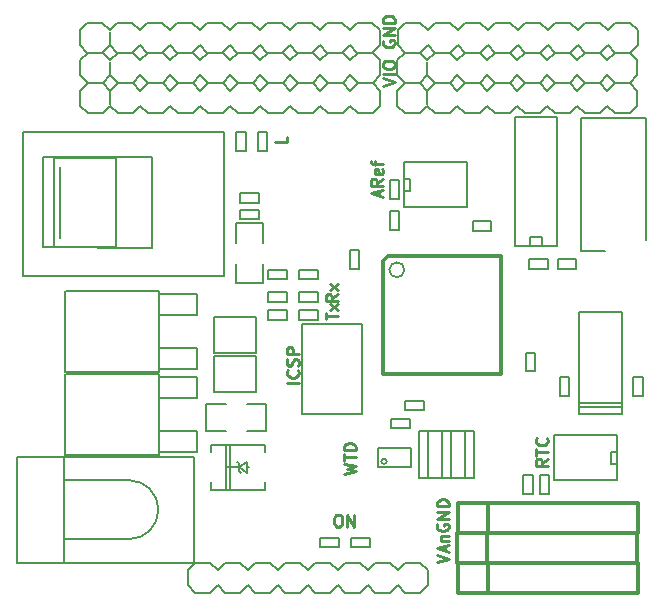
<source format=gto>
G04 (created by PCBNEW (2013-mar-13)-testing) date T 04 juuni 2013 16:25:38 EEST*
%MOIN*%
G04 Gerber Fmt 3.4, Leading zero omitted, Abs format*
%FSLAX34Y34*%
G01*
G70*
G90*
G04 APERTURE LIST*
%ADD10C,0*%
%ADD11C,0.00984252*%
%ADD12C,0.00590551*%
%ADD13C,0.012*%
%ADD14C,0.005*%
%ADD15C,0.008*%
G04 APERTURE END LIST*
G54D10*
G54D11*
X11814Y17088D02*
X12208Y17220D01*
X11814Y17351D01*
X12208Y17482D02*
X11814Y17482D01*
X11814Y17745D02*
X11814Y17820D01*
X11833Y17857D01*
X11870Y17895D01*
X11945Y17913D01*
X12076Y17913D01*
X12151Y17895D01*
X12189Y17857D01*
X12208Y17820D01*
X12208Y17745D01*
X12189Y17707D01*
X12151Y17670D01*
X12076Y17651D01*
X11945Y17651D01*
X11870Y17670D01*
X11833Y17707D01*
X11814Y17745D01*
X11833Y18588D02*
X11814Y18551D01*
X11814Y18495D01*
X11833Y18438D01*
X11870Y18401D01*
X11908Y18382D01*
X11983Y18363D01*
X12039Y18363D01*
X12114Y18382D01*
X12151Y18401D01*
X12189Y18438D01*
X12208Y18495D01*
X12208Y18532D01*
X12189Y18588D01*
X12170Y18607D01*
X12039Y18607D01*
X12039Y18532D01*
X12208Y18776D02*
X11814Y18776D01*
X12208Y19001D01*
X11814Y19001D01*
X12208Y19188D02*
X11814Y19188D01*
X11814Y19282D01*
X11833Y19338D01*
X11870Y19376D01*
X11908Y19394D01*
X11983Y19413D01*
X12039Y19413D01*
X12114Y19394D01*
X12151Y19376D01*
X12189Y19338D01*
X12208Y19282D01*
X12208Y19188D01*
X13633Y2470D02*
X13614Y2432D01*
X13614Y2376D01*
X13633Y2320D01*
X13670Y2282D01*
X13708Y2263D01*
X13783Y2245D01*
X13839Y2245D01*
X13914Y2263D01*
X13951Y2282D01*
X13989Y2320D01*
X14008Y2376D01*
X14008Y2413D01*
X13989Y2470D01*
X13970Y2488D01*
X13839Y2488D01*
X13839Y2413D01*
X14008Y2657D02*
X13614Y2657D01*
X14008Y2882D01*
X13614Y2882D01*
X14008Y3070D02*
X13614Y3070D01*
X13614Y3163D01*
X13633Y3220D01*
X13670Y3257D01*
X13708Y3276D01*
X13783Y3295D01*
X13839Y3295D01*
X13914Y3276D01*
X13951Y3257D01*
X13989Y3220D01*
X14008Y3163D01*
X14008Y3070D01*
X13614Y1192D02*
X14008Y1323D01*
X13614Y1454D01*
X13895Y1566D02*
X13895Y1754D01*
X14008Y1529D02*
X13614Y1660D01*
X14008Y1791D01*
X13745Y1923D02*
X14008Y1923D01*
X13783Y1923D02*
X13764Y1941D01*
X13745Y1979D01*
X13745Y2035D01*
X13764Y2073D01*
X13801Y2091D01*
X14008Y2091D01*
X10308Y10132D02*
X10120Y10001D01*
X10308Y9907D02*
X9914Y9907D01*
X9914Y10057D01*
X9933Y10095D01*
X9951Y10113D01*
X9989Y10132D01*
X10045Y10132D01*
X10083Y10113D01*
X10101Y10095D01*
X10120Y10057D01*
X10120Y9907D01*
X10308Y10263D02*
X10045Y10470D01*
X10045Y10263D02*
X10308Y10470D01*
X9914Y9298D02*
X9914Y9523D01*
X10308Y9410D02*
X9914Y9410D01*
X10308Y9616D02*
X10045Y9823D01*
X10045Y9616D02*
X10308Y9823D01*
X8608Y15391D02*
X8608Y15204D01*
X8214Y15204D01*
X11695Y13398D02*
X11695Y13585D01*
X11808Y13360D02*
X11414Y13492D01*
X11808Y13623D01*
X11808Y13979D02*
X11620Y13848D01*
X11808Y13754D02*
X11414Y13754D01*
X11414Y13904D01*
X11433Y13941D01*
X11451Y13960D01*
X11489Y13979D01*
X11545Y13979D01*
X11583Y13960D01*
X11601Y13941D01*
X11620Y13904D01*
X11620Y13754D01*
X11789Y14298D02*
X11808Y14260D01*
X11808Y14185D01*
X11789Y14148D01*
X11751Y14129D01*
X11601Y14129D01*
X11564Y14148D01*
X11545Y14185D01*
X11545Y14260D01*
X11564Y14298D01*
X11601Y14316D01*
X11639Y14316D01*
X11676Y14129D01*
X11545Y14429D02*
X11545Y14579D01*
X11808Y14485D02*
X11470Y14485D01*
X11433Y14504D01*
X11414Y14541D01*
X11414Y14579D01*
X10286Y2785D02*
X10361Y2785D01*
X10398Y2766D01*
X10436Y2729D01*
X10454Y2654D01*
X10454Y2523D01*
X10436Y2448D01*
X10398Y2410D01*
X10361Y2391D01*
X10286Y2391D01*
X10248Y2410D01*
X10211Y2448D01*
X10192Y2523D01*
X10192Y2654D01*
X10211Y2729D01*
X10248Y2766D01*
X10286Y2785D01*
X10623Y2391D02*
X10623Y2785D01*
X10848Y2391D01*
X10848Y2785D01*
X9008Y7188D02*
X8614Y7188D01*
X8970Y7601D02*
X8989Y7582D01*
X9008Y7526D01*
X9008Y7488D01*
X8989Y7432D01*
X8951Y7395D01*
X8914Y7376D01*
X8839Y7357D01*
X8783Y7357D01*
X8708Y7376D01*
X8670Y7395D01*
X8633Y7432D01*
X8614Y7488D01*
X8614Y7526D01*
X8633Y7582D01*
X8651Y7601D01*
X8989Y7751D02*
X9008Y7807D01*
X9008Y7901D01*
X8989Y7938D01*
X8970Y7957D01*
X8933Y7976D01*
X8895Y7976D01*
X8858Y7957D01*
X8839Y7938D01*
X8820Y7901D01*
X8801Y7826D01*
X8783Y7788D01*
X8764Y7770D01*
X8726Y7751D01*
X8689Y7751D01*
X8651Y7770D01*
X8633Y7788D01*
X8614Y7826D01*
X8614Y7920D01*
X8633Y7976D01*
X9008Y8145D02*
X8614Y8145D01*
X8614Y8295D01*
X8633Y8332D01*
X8651Y8351D01*
X8689Y8370D01*
X8745Y8370D01*
X8783Y8351D01*
X8801Y8332D01*
X8820Y8295D01*
X8820Y8145D01*
X10514Y4154D02*
X10908Y4248D01*
X10626Y4323D01*
X10908Y4398D01*
X10514Y4491D01*
X10514Y4585D02*
X10514Y4810D01*
X10908Y4698D02*
X10514Y4698D01*
X10908Y4941D02*
X10514Y4941D01*
X10514Y5035D01*
X10533Y5091D01*
X10570Y5129D01*
X10608Y5148D01*
X10683Y5166D01*
X10739Y5166D01*
X10814Y5148D01*
X10851Y5129D01*
X10889Y5091D01*
X10908Y5035D01*
X10908Y4941D01*
X17308Y4645D02*
X17120Y4513D01*
X17308Y4420D02*
X16914Y4420D01*
X16914Y4570D01*
X16933Y4607D01*
X16951Y4626D01*
X16989Y4645D01*
X17045Y4645D01*
X17083Y4626D01*
X17101Y4607D01*
X17120Y4570D01*
X17120Y4420D01*
X16914Y4757D02*
X16914Y4982D01*
X17308Y4870D02*
X16914Y4870D01*
X17270Y5338D02*
X17289Y5320D01*
X17308Y5263D01*
X17308Y5226D01*
X17289Y5170D01*
X17251Y5132D01*
X17214Y5113D01*
X17139Y5095D01*
X17083Y5095D01*
X17008Y5113D01*
X16970Y5132D01*
X16933Y5170D01*
X16914Y5226D01*
X16914Y5263D01*
X16933Y5320D01*
X16951Y5338D01*
G54D12*
X10053Y1185D02*
X10303Y935D01*
X10303Y935D02*
X10553Y1185D01*
X10553Y1185D02*
X11053Y1185D01*
X11053Y1185D02*
X11303Y935D01*
X11303Y935D02*
X11553Y1185D01*
X11553Y1185D02*
X12053Y1185D01*
X12053Y1185D02*
X12303Y935D01*
X12303Y935D02*
X12553Y1185D01*
X12553Y1185D02*
X13053Y1185D01*
X13053Y1185D02*
X13303Y935D01*
X13303Y935D02*
X13303Y435D01*
X13303Y435D02*
X13053Y185D01*
X13053Y185D02*
X12553Y185D01*
X12553Y185D02*
X12303Y435D01*
X12303Y435D02*
X12053Y185D01*
X12053Y185D02*
X11553Y185D01*
X11553Y185D02*
X11303Y435D01*
X11303Y435D02*
X11053Y185D01*
X11053Y185D02*
X10553Y185D01*
X10553Y185D02*
X10303Y435D01*
X10303Y435D02*
X10053Y185D01*
X10053Y185D02*
X9553Y185D01*
X9553Y185D02*
X9303Y435D01*
X9303Y435D02*
X9053Y185D01*
X9053Y185D02*
X8553Y185D01*
X8553Y185D02*
X8303Y435D01*
X8303Y435D02*
X8053Y185D01*
X8053Y185D02*
X7553Y185D01*
X7553Y185D02*
X7303Y435D01*
X7303Y435D02*
X7053Y185D01*
X7053Y185D02*
X6553Y185D01*
X6553Y185D02*
X6303Y435D01*
X6303Y435D02*
X6053Y185D01*
X6053Y185D02*
X5553Y185D01*
X5553Y185D02*
X5303Y435D01*
X5303Y435D02*
X5303Y685D01*
X5303Y685D02*
X5303Y935D01*
X5303Y935D02*
X5553Y1185D01*
X5553Y1185D02*
X6053Y1185D01*
X6053Y1185D02*
X6303Y935D01*
X6303Y935D02*
X6553Y1185D01*
X6553Y1185D02*
X7053Y1185D01*
X7053Y1185D02*
X7303Y935D01*
X7303Y935D02*
X7553Y1185D01*
X7553Y1185D02*
X8053Y1185D01*
X8053Y1185D02*
X8303Y935D01*
X8303Y935D02*
X8553Y1185D01*
X8553Y1185D02*
X9053Y1185D01*
X9053Y1185D02*
X9303Y935D01*
X9303Y935D02*
X9553Y1185D01*
X9553Y1185D02*
X10053Y1185D01*
X17053Y19185D02*
X17303Y18935D01*
X17303Y18935D02*
X17553Y19185D01*
X17553Y19185D02*
X18053Y19185D01*
X18053Y19185D02*
X18303Y18935D01*
X18303Y18935D02*
X18553Y19185D01*
X18553Y19185D02*
X19053Y19185D01*
X19053Y19185D02*
X19303Y18935D01*
X19303Y18935D02*
X19553Y19185D01*
X19553Y19185D02*
X20053Y19185D01*
X20053Y19185D02*
X20303Y18935D01*
X20303Y18935D02*
X20303Y18435D01*
X20303Y18435D02*
X20053Y18185D01*
X20053Y18185D02*
X19553Y18185D01*
X19553Y18185D02*
X19303Y18435D01*
X19303Y18435D02*
X19053Y18185D01*
X19053Y18185D02*
X18553Y18185D01*
X18553Y18185D02*
X18303Y18435D01*
X18303Y18435D02*
X18053Y18185D01*
X18053Y18185D02*
X17553Y18185D01*
X17553Y18185D02*
X17303Y18435D01*
X17303Y18435D02*
X17053Y18185D01*
X17053Y18185D02*
X16553Y18185D01*
X16553Y18185D02*
X16303Y18435D01*
X16303Y18435D02*
X16053Y18185D01*
X16053Y18185D02*
X15553Y18185D01*
X15553Y18185D02*
X15303Y18435D01*
X15303Y18435D02*
X15053Y18185D01*
X15053Y18185D02*
X14553Y18185D01*
X14553Y18185D02*
X14303Y18435D01*
X14303Y18435D02*
X14053Y18185D01*
X14053Y18185D02*
X13553Y18185D01*
X13553Y18185D02*
X13303Y18435D01*
X13303Y18435D02*
X13053Y18185D01*
X13053Y18185D02*
X12553Y18185D01*
X12553Y18185D02*
X12303Y18435D01*
X12303Y18435D02*
X12303Y18685D01*
X12303Y18685D02*
X12303Y18935D01*
X12303Y18935D02*
X12553Y19185D01*
X12553Y19185D02*
X13053Y19185D01*
X13053Y19185D02*
X13303Y18935D01*
X13303Y18935D02*
X13553Y19185D01*
X13553Y19185D02*
X14053Y19185D01*
X14053Y19185D02*
X14303Y18935D01*
X14303Y18935D02*
X14553Y19185D01*
X14553Y19185D02*
X15053Y19185D01*
X15053Y19185D02*
X15303Y18935D01*
X15303Y18935D02*
X15553Y19185D01*
X15553Y19185D02*
X16053Y19185D01*
X16053Y19185D02*
X16303Y18935D01*
X16303Y18935D02*
X16553Y19185D01*
X16553Y19185D02*
X17053Y19185D01*
G54D13*
X14303Y185D02*
X14303Y1185D01*
X14303Y1185D02*
X20303Y1185D01*
X20303Y1185D02*
X20303Y185D01*
X20303Y185D02*
X14303Y185D01*
X15303Y185D02*
X15303Y1185D01*
G54D12*
X9703Y18935D02*
X9953Y19185D01*
X9953Y19185D02*
X10453Y19185D01*
X10453Y19185D02*
X10703Y18935D01*
X10703Y18935D02*
X10953Y19185D01*
X10953Y19185D02*
X11453Y19185D01*
X11453Y19185D02*
X11703Y18935D01*
X11703Y18935D02*
X11703Y18435D01*
X11703Y18435D02*
X11453Y18185D01*
X11453Y18185D02*
X10953Y18185D01*
X10953Y18185D02*
X10703Y18435D01*
X10703Y18435D02*
X10453Y18185D01*
X10453Y18185D02*
X9953Y18185D01*
X9953Y18185D02*
X9703Y18435D01*
X2703Y18885D02*
X2703Y18485D01*
X6453Y19185D02*
X6703Y18935D01*
X6703Y18935D02*
X6953Y19185D01*
X6953Y19185D02*
X7453Y19185D01*
X7453Y19185D02*
X7703Y18935D01*
X7703Y18935D02*
X7953Y19185D01*
X7953Y19185D02*
X8453Y19185D01*
X8453Y19185D02*
X8703Y18935D01*
X8703Y18935D02*
X8953Y19185D01*
X8953Y19185D02*
X9453Y19185D01*
X9453Y19185D02*
X9703Y18935D01*
X9703Y18435D02*
X9453Y18185D01*
X9453Y18185D02*
X8953Y18185D01*
X8953Y18185D02*
X8703Y18435D01*
X8703Y18435D02*
X8453Y18185D01*
X8453Y18185D02*
X7953Y18185D01*
X7953Y18185D02*
X7703Y18435D01*
X7703Y18435D02*
X7453Y18185D01*
X7453Y18185D02*
X6953Y18185D01*
X6953Y18185D02*
X6703Y18435D01*
X6703Y18435D02*
X6453Y18185D01*
X6453Y18185D02*
X5953Y18185D01*
X5953Y18185D02*
X5703Y18435D01*
X5703Y18435D02*
X5453Y18185D01*
X5453Y18185D02*
X4953Y18185D01*
X4953Y18185D02*
X4703Y18435D01*
X4703Y18435D02*
X4453Y18185D01*
X4453Y18185D02*
X3953Y18185D01*
X3953Y18185D02*
X3703Y18435D01*
X3703Y18435D02*
X3453Y18185D01*
X3453Y18185D02*
X2953Y18185D01*
X2953Y18185D02*
X2703Y18435D01*
X2703Y18435D02*
X2453Y18185D01*
X2453Y18185D02*
X1953Y18185D01*
X1953Y18185D02*
X1703Y18435D01*
X1703Y18435D02*
X1703Y18685D01*
X1703Y18685D02*
X1703Y18935D01*
X1703Y18935D02*
X1953Y19185D01*
X1953Y19185D02*
X2453Y19185D01*
X2453Y19185D02*
X2703Y18935D01*
X2703Y18935D02*
X2953Y19185D01*
X2953Y19185D02*
X3453Y19185D01*
X3453Y19185D02*
X3703Y18935D01*
X3703Y18935D02*
X3953Y19185D01*
X3953Y19185D02*
X4453Y19185D01*
X4453Y19185D02*
X4703Y18935D01*
X4703Y18935D02*
X4953Y19185D01*
X4953Y19185D02*
X5453Y19185D01*
X5453Y19185D02*
X5703Y18935D01*
X5703Y18935D02*
X5953Y19185D01*
X5953Y19185D02*
X6453Y19185D01*
X7047Y13503D02*
X7677Y13503D01*
X7677Y13503D02*
X7677Y13188D01*
X7677Y13188D02*
X7047Y13188D01*
X7047Y13188D02*
X7047Y13503D01*
X7677Y12637D02*
X7047Y12637D01*
X7047Y12637D02*
X7047Y12952D01*
X7047Y12952D02*
X7677Y12952D01*
X7677Y12952D02*
X7677Y12637D01*
X13299Y17877D02*
X13299Y17477D01*
X17049Y18177D02*
X17299Y17927D01*
X17299Y17927D02*
X17549Y18177D01*
X17549Y18177D02*
X18049Y18177D01*
X18049Y18177D02*
X18299Y17927D01*
X18299Y17927D02*
X18549Y18177D01*
X18549Y18177D02*
X19049Y18177D01*
X19049Y18177D02*
X19299Y17927D01*
X19299Y17927D02*
X19549Y18177D01*
X19549Y18177D02*
X20049Y18177D01*
X20049Y18177D02*
X20299Y17927D01*
X20299Y17927D02*
X20299Y17427D01*
X20299Y17427D02*
X20049Y17177D01*
X20049Y17177D02*
X19549Y17177D01*
X19549Y17177D02*
X19299Y17427D01*
X19299Y17427D02*
X19049Y17177D01*
X19049Y17177D02*
X18549Y17177D01*
X18549Y17177D02*
X18299Y17427D01*
X18299Y17427D02*
X18049Y17177D01*
X18049Y17177D02*
X17549Y17177D01*
X17549Y17177D02*
X17299Y17427D01*
X17299Y17427D02*
X17049Y17177D01*
X17049Y17177D02*
X16549Y17177D01*
X16549Y17177D02*
X16299Y17427D01*
X16299Y17427D02*
X16049Y17177D01*
X16049Y17177D02*
X15549Y17177D01*
X15549Y17177D02*
X15299Y17427D01*
X15299Y17427D02*
X15049Y17177D01*
X15049Y17177D02*
X14549Y17177D01*
X14549Y17177D02*
X14299Y17427D01*
X14299Y17427D02*
X14049Y17177D01*
X14049Y17177D02*
X13549Y17177D01*
X13549Y17177D02*
X13299Y17427D01*
X13299Y17427D02*
X13049Y17177D01*
X13049Y17177D02*
X12549Y17177D01*
X12549Y17177D02*
X12299Y17427D01*
X12299Y17427D02*
X12299Y17677D01*
X12299Y17677D02*
X12299Y17927D01*
X12299Y17927D02*
X12549Y18177D01*
X12549Y18177D02*
X13049Y18177D01*
X13049Y18177D02*
X13299Y17927D01*
X13299Y17927D02*
X13549Y18177D01*
X13549Y18177D02*
X14049Y18177D01*
X14049Y18177D02*
X14299Y17927D01*
X14299Y17927D02*
X14549Y18177D01*
X14549Y18177D02*
X15049Y18177D01*
X15049Y18177D02*
X15299Y17927D01*
X15299Y17927D02*
X15549Y18177D01*
X15549Y18177D02*
X16049Y18177D01*
X16049Y18177D02*
X16299Y17927D01*
X16299Y17927D02*
X16549Y18177D01*
X16549Y18177D02*
X17049Y18177D01*
X13299Y16873D02*
X13299Y16473D01*
X17049Y17173D02*
X17299Y16923D01*
X17299Y16923D02*
X17549Y17173D01*
X17549Y17173D02*
X18049Y17173D01*
X18049Y17173D02*
X18299Y16923D01*
X18299Y16923D02*
X18549Y17173D01*
X18549Y17173D02*
X19049Y17173D01*
X19049Y17173D02*
X19299Y16923D01*
X19299Y16923D02*
X19549Y17173D01*
X19549Y17173D02*
X20049Y17173D01*
X20049Y17173D02*
X20299Y16923D01*
X20299Y16923D02*
X20299Y16423D01*
X20299Y16423D02*
X20049Y16173D01*
X20049Y16173D02*
X19549Y16173D01*
X19549Y16173D02*
X19299Y16423D01*
X19299Y16423D02*
X19049Y16173D01*
X19049Y16173D02*
X18549Y16173D01*
X18549Y16173D02*
X18299Y16423D01*
X18299Y16423D02*
X18049Y16173D01*
X18049Y16173D02*
X17549Y16173D01*
X17549Y16173D02*
X17299Y16423D01*
X17299Y16423D02*
X17049Y16173D01*
X17049Y16173D02*
X16549Y16173D01*
X16549Y16173D02*
X16299Y16423D01*
X16299Y16423D02*
X16049Y16173D01*
X16049Y16173D02*
X15549Y16173D01*
X15549Y16173D02*
X15299Y16423D01*
X15299Y16423D02*
X15049Y16173D01*
X15049Y16173D02*
X14549Y16173D01*
X14549Y16173D02*
X14299Y16423D01*
X14299Y16423D02*
X14049Y16173D01*
X14049Y16173D02*
X13549Y16173D01*
X13549Y16173D02*
X13299Y16423D01*
X13299Y16423D02*
X13049Y16173D01*
X13049Y16173D02*
X12549Y16173D01*
X12549Y16173D02*
X12299Y16423D01*
X12299Y16423D02*
X12299Y16673D01*
X12299Y16673D02*
X12299Y16923D01*
X12299Y16923D02*
X12549Y17173D01*
X12549Y17173D02*
X13049Y17173D01*
X13049Y17173D02*
X13299Y16923D01*
X13299Y16923D02*
X13549Y17173D01*
X13549Y17173D02*
X14049Y17173D01*
X14049Y17173D02*
X14299Y16923D01*
X14299Y16923D02*
X14549Y17173D01*
X14549Y17173D02*
X15049Y17173D01*
X15049Y17173D02*
X15299Y16923D01*
X15299Y16923D02*
X15549Y17173D01*
X15549Y17173D02*
X16049Y17173D01*
X16049Y17173D02*
X16299Y16923D01*
X16299Y16923D02*
X16549Y17173D01*
X16549Y17173D02*
X17049Y17173D01*
G54D13*
X14283Y1173D02*
X14283Y2173D01*
X14283Y2173D02*
X20283Y2173D01*
X20283Y2173D02*
X20283Y1173D01*
X20283Y1173D02*
X14283Y1173D01*
X15283Y1173D02*
X15283Y2173D01*
X14303Y2177D02*
X14303Y3177D01*
X14303Y3177D02*
X20303Y3177D01*
X20303Y3177D02*
X20303Y2177D01*
X20303Y2177D02*
X14303Y2177D01*
X15303Y2177D02*
X15303Y3177D01*
G54D12*
X9732Y17927D02*
X9982Y18177D01*
X9982Y18177D02*
X10482Y18177D01*
X10482Y18177D02*
X10732Y17927D01*
X10732Y17927D02*
X10982Y18177D01*
X10982Y18177D02*
X11482Y18177D01*
X11482Y18177D02*
X11732Y17927D01*
X11732Y17927D02*
X11732Y17427D01*
X11732Y17427D02*
X11482Y17177D01*
X11482Y17177D02*
X10982Y17177D01*
X10982Y17177D02*
X10732Y17427D01*
X10732Y17427D02*
X10482Y17177D01*
X10482Y17177D02*
X9982Y17177D01*
X9982Y17177D02*
X9732Y17427D01*
X2732Y17877D02*
X2732Y17477D01*
X6482Y18177D02*
X6732Y17927D01*
X6732Y17927D02*
X6982Y18177D01*
X6982Y18177D02*
X7482Y18177D01*
X7482Y18177D02*
X7732Y17927D01*
X7732Y17927D02*
X7982Y18177D01*
X7982Y18177D02*
X8482Y18177D01*
X8482Y18177D02*
X8732Y17927D01*
X8732Y17927D02*
X8982Y18177D01*
X8982Y18177D02*
X9482Y18177D01*
X9482Y18177D02*
X9732Y17927D01*
X9732Y17427D02*
X9482Y17177D01*
X9482Y17177D02*
X8982Y17177D01*
X8982Y17177D02*
X8732Y17427D01*
X8732Y17427D02*
X8482Y17177D01*
X8482Y17177D02*
X7982Y17177D01*
X7982Y17177D02*
X7732Y17427D01*
X7732Y17427D02*
X7482Y17177D01*
X7482Y17177D02*
X6982Y17177D01*
X6982Y17177D02*
X6732Y17427D01*
X6732Y17427D02*
X6482Y17177D01*
X6482Y17177D02*
X5982Y17177D01*
X5982Y17177D02*
X5732Y17427D01*
X5732Y17427D02*
X5482Y17177D01*
X5482Y17177D02*
X4982Y17177D01*
X4982Y17177D02*
X4732Y17427D01*
X4732Y17427D02*
X4482Y17177D01*
X4482Y17177D02*
X3982Y17177D01*
X3982Y17177D02*
X3732Y17427D01*
X3732Y17427D02*
X3482Y17177D01*
X3482Y17177D02*
X2982Y17177D01*
X2982Y17177D02*
X2732Y17427D01*
X2732Y17427D02*
X2482Y17177D01*
X2482Y17177D02*
X1982Y17177D01*
X1982Y17177D02*
X1732Y17427D01*
X1732Y17427D02*
X1732Y17677D01*
X1732Y17677D02*
X1732Y17927D01*
X1732Y17927D02*
X1982Y18177D01*
X1982Y18177D02*
X2482Y18177D01*
X2482Y18177D02*
X2732Y17927D01*
X2732Y17927D02*
X2982Y18177D01*
X2982Y18177D02*
X3482Y18177D01*
X3482Y18177D02*
X3732Y17927D01*
X3732Y17927D02*
X3982Y18177D01*
X3982Y18177D02*
X4482Y18177D01*
X4482Y18177D02*
X4732Y17927D01*
X4732Y17927D02*
X4982Y18177D01*
X4982Y18177D02*
X5482Y18177D01*
X5482Y18177D02*
X5732Y17927D01*
X5732Y17927D02*
X5982Y18177D01*
X5982Y18177D02*
X6482Y18177D01*
X9732Y16923D02*
X9982Y17173D01*
X9982Y17173D02*
X10482Y17173D01*
X10482Y17173D02*
X10732Y16923D01*
X10732Y16923D02*
X10982Y17173D01*
X10982Y17173D02*
X11482Y17173D01*
X11482Y17173D02*
X11732Y16923D01*
X11732Y16923D02*
X11732Y16423D01*
X11732Y16423D02*
X11482Y16173D01*
X11482Y16173D02*
X10982Y16173D01*
X10982Y16173D02*
X10732Y16423D01*
X10732Y16423D02*
X10482Y16173D01*
X10482Y16173D02*
X9982Y16173D01*
X9982Y16173D02*
X9732Y16423D01*
X2732Y16873D02*
X2732Y16473D01*
X6482Y17173D02*
X6732Y16923D01*
X6732Y16923D02*
X6982Y17173D01*
X6982Y17173D02*
X7482Y17173D01*
X7482Y17173D02*
X7732Y16923D01*
X7732Y16923D02*
X7982Y17173D01*
X7982Y17173D02*
X8482Y17173D01*
X8482Y17173D02*
X8732Y16923D01*
X8732Y16923D02*
X8982Y17173D01*
X8982Y17173D02*
X9482Y17173D01*
X9482Y17173D02*
X9732Y16923D01*
X9732Y16423D02*
X9482Y16173D01*
X9482Y16173D02*
X8982Y16173D01*
X8982Y16173D02*
X8732Y16423D01*
X8732Y16423D02*
X8482Y16173D01*
X8482Y16173D02*
X7982Y16173D01*
X7982Y16173D02*
X7732Y16423D01*
X7732Y16423D02*
X7482Y16173D01*
X7482Y16173D02*
X6982Y16173D01*
X6982Y16173D02*
X6732Y16423D01*
X6732Y16423D02*
X6482Y16173D01*
X6482Y16173D02*
X5982Y16173D01*
X5982Y16173D02*
X5732Y16423D01*
X5732Y16423D02*
X5482Y16173D01*
X5482Y16173D02*
X4982Y16173D01*
X4982Y16173D02*
X4732Y16423D01*
X4732Y16423D02*
X4482Y16173D01*
X4482Y16173D02*
X3982Y16173D01*
X3982Y16173D02*
X3732Y16423D01*
X3732Y16423D02*
X3482Y16173D01*
X3482Y16173D02*
X2982Y16173D01*
X2982Y16173D02*
X2732Y16423D01*
X2732Y16423D02*
X2482Y16173D01*
X2482Y16173D02*
X1982Y16173D01*
X1982Y16173D02*
X1732Y16423D01*
X1732Y16423D02*
X1732Y16673D01*
X1732Y16673D02*
X1732Y16923D01*
X1732Y16923D02*
X1982Y17173D01*
X1982Y17173D02*
X2482Y17173D01*
X2482Y17173D02*
X2732Y16923D01*
X2732Y16923D02*
X2982Y17173D01*
X2982Y17173D02*
X3482Y17173D01*
X3482Y17173D02*
X3732Y16923D01*
X3732Y16923D02*
X3982Y17173D01*
X3982Y17173D02*
X4482Y17173D01*
X4482Y17173D02*
X4732Y16923D01*
X4732Y16923D02*
X4982Y17173D01*
X4982Y17173D02*
X5482Y17173D01*
X5482Y17173D02*
X5732Y16923D01*
X5732Y16923D02*
X5982Y17173D01*
X5982Y17173D02*
X6482Y17173D01*
G54D14*
X7812Y12496D02*
X6912Y12496D01*
X6912Y12496D02*
X6912Y11846D01*
X7812Y11146D02*
X7812Y10496D01*
X7812Y10496D02*
X6912Y10496D01*
X6912Y10496D02*
X6912Y11146D01*
X7812Y11846D02*
X7812Y12496D01*
X5929Y6473D02*
X5929Y5573D01*
X5929Y5573D02*
X6579Y5573D01*
X7279Y6473D02*
X7929Y6473D01*
X7929Y6473D02*
X7929Y5573D01*
X7929Y5573D02*
X7279Y5573D01*
X6579Y6473D02*
X5929Y6473D01*
G54D12*
X4114Y14704D02*
X4114Y11673D01*
X4114Y11673D02*
X492Y11692D01*
X492Y11692D02*
X492Y14704D01*
X492Y14704D02*
X4114Y14704D01*
X1062Y14370D02*
X1062Y12007D01*
X866Y14665D02*
X2913Y14665D01*
X2913Y14665D02*
X2913Y11712D01*
X2913Y11712D02*
X866Y11712D01*
X866Y11712D02*
X866Y14665D01*
X4330Y2952D02*
G75*
G03X3346Y3937I-984J0D01*
G74*
G01*
X3346Y1968D02*
G75*
G03X4330Y2952I0J984D01*
G74*
G01*
X3346Y3937D02*
X1181Y3937D01*
X1181Y1968D02*
X3346Y1968D01*
X1181Y1181D02*
X1181Y4724D01*
X-393Y1181D02*
X-393Y4724D01*
X-393Y4724D02*
X5511Y4724D01*
X5511Y4724D02*
X5511Y1181D01*
X5511Y1181D02*
X-393Y1181D01*
G54D14*
X4360Y6691D02*
X5610Y6691D01*
X5610Y6691D02*
X5610Y7391D01*
X5610Y7391D02*
X4360Y7391D01*
X4360Y4891D02*
X5610Y4891D01*
X5610Y4891D02*
X5610Y5591D01*
X5610Y5591D02*
X4360Y5591D01*
X1960Y7491D02*
X4360Y7491D01*
X4360Y7491D02*
X4360Y4791D01*
X4360Y4791D02*
X1260Y4791D01*
X1210Y4791D02*
X1210Y7491D01*
X1260Y7491D02*
X1960Y7491D01*
G54D12*
X6200Y8070D02*
X7578Y8070D01*
X7578Y8070D02*
X7578Y6889D01*
X7578Y6889D02*
X6200Y6889D01*
X6200Y6889D02*
X6200Y8070D01*
X14803Y12559D02*
X15433Y12559D01*
X15433Y12559D02*
X15433Y12244D01*
X15433Y12244D02*
X14803Y12244D01*
X14803Y12244D02*
X14803Y12559D01*
X12362Y12913D02*
X12362Y12283D01*
X12362Y12283D02*
X12047Y12283D01*
X12047Y12283D02*
X12047Y12913D01*
X12047Y12913D02*
X12362Y12913D01*
X11023Y11614D02*
X11023Y10984D01*
X11023Y10984D02*
X10708Y10984D01*
X10708Y10984D02*
X10708Y11614D01*
X10708Y11614D02*
X11023Y11614D01*
X13188Y6259D02*
X12559Y6259D01*
X12559Y6259D02*
X12559Y6574D01*
X12559Y6574D02*
X13188Y6574D01*
X13188Y6574D02*
X13188Y6259D01*
X16574Y7559D02*
X16574Y8188D01*
X16574Y8188D02*
X16889Y8188D01*
X16889Y8188D02*
X16889Y7559D01*
X16889Y7559D02*
X16574Y7559D01*
X8622Y10629D02*
X7992Y10629D01*
X7992Y10629D02*
X7992Y10944D01*
X7992Y10944D02*
X8622Y10944D01*
X8622Y10944D02*
X8622Y10629D01*
X9015Y10944D02*
X9645Y10944D01*
X9645Y10944D02*
X9645Y10629D01*
X9645Y10629D02*
X9015Y10629D01*
X9015Y10629D02*
X9015Y10944D01*
X9015Y9606D02*
X9645Y9606D01*
X9645Y9606D02*
X9645Y9291D01*
X9645Y9291D02*
X9015Y9291D01*
X9015Y9291D02*
X9015Y9606D01*
X9015Y10196D02*
X9645Y10196D01*
X9645Y10196D02*
X9645Y9881D01*
X9645Y9881D02*
X9015Y9881D01*
X9015Y9881D02*
X9015Y10196D01*
X6929Y14921D02*
X6929Y15551D01*
X6929Y15551D02*
X7244Y15551D01*
X7244Y15551D02*
X7244Y14921D01*
X7244Y14921D02*
X6929Y14921D01*
X10748Y2007D02*
X11377Y2007D01*
X11377Y2007D02*
X11377Y1692D01*
X11377Y1692D02*
X10748Y1692D01*
X10748Y1692D02*
X10748Y2007D01*
X12047Y13307D02*
X12047Y13937D01*
X12047Y13937D02*
X12362Y13937D01*
X12362Y13937D02*
X12362Y13307D01*
X12362Y13307D02*
X12047Y13307D01*
X16692Y11299D02*
X17322Y11299D01*
X17322Y11299D02*
X17322Y10984D01*
X17322Y10984D02*
X16692Y10984D01*
X16692Y10984D02*
X16692Y11299D01*
X8622Y9291D02*
X7992Y9291D01*
X7992Y9291D02*
X7992Y9606D01*
X7992Y9606D02*
X8622Y9606D01*
X8622Y9606D02*
X8622Y9291D01*
X8622Y9881D02*
X7992Y9881D01*
X7992Y9881D02*
X7992Y10196D01*
X7992Y10196D02*
X8622Y10196D01*
X8622Y10196D02*
X8622Y9881D01*
X7952Y15551D02*
X7952Y14921D01*
X7952Y14921D02*
X7637Y14921D01*
X7637Y14921D02*
X7637Y15551D01*
X7637Y15551D02*
X7952Y15551D01*
X10354Y1692D02*
X9724Y1692D01*
X9724Y1692D02*
X9724Y2007D01*
X9724Y2007D02*
X10354Y2007D01*
X10354Y2007D02*
X10354Y1692D01*
G54D14*
X12532Y13079D02*
X12532Y13029D01*
X12532Y13029D02*
X14632Y13029D01*
X14632Y14529D02*
X12532Y14529D01*
X12532Y14529D02*
X12532Y13079D01*
X12532Y13979D02*
X12732Y13979D01*
X12732Y13979D02*
X12732Y13579D01*
X12732Y13579D02*
X12532Y13579D01*
X14632Y14529D02*
X14632Y13029D01*
G54D13*
X15749Y11418D02*
X15749Y7478D01*
X15749Y7478D02*
X11809Y7478D01*
X11809Y11228D02*
X11809Y7478D01*
X11999Y11418D02*
X15749Y11418D01*
X11809Y11228D02*
X11999Y11418D01*
G54D15*
X12529Y10948D02*
G75*
G03X12529Y10948I-250J0D01*
G74*
G01*
G54D12*
X13307Y5590D02*
X13307Y4015D01*
X14566Y5590D02*
X14566Y4015D01*
X14094Y5590D02*
X14094Y4015D01*
X13779Y5590D02*
X13779Y4015D01*
X13031Y5590D02*
X14842Y5590D01*
X14842Y5590D02*
X14842Y4015D01*
X14842Y4015D02*
X13070Y4015D01*
X13070Y4015D02*
X13031Y4015D01*
X13031Y4015D02*
X13031Y5590D01*
X12716Y5669D02*
X12086Y5669D01*
X12086Y5669D02*
X12086Y5984D01*
X12086Y5984D02*
X12716Y5984D01*
X12716Y5984D02*
X12716Y5669D01*
X16496Y3464D02*
X16496Y4094D01*
X16496Y4094D02*
X16811Y4094D01*
X16811Y4094D02*
X16811Y3464D01*
X16811Y3464D02*
X16496Y3464D01*
X17047Y3464D02*
X17047Y4094D01*
X17047Y4094D02*
X17362Y4094D01*
X17362Y4094D02*
X17362Y3464D01*
X17362Y3464D02*
X17047Y3464D01*
G54D14*
X19632Y5385D02*
X19632Y5435D01*
X19632Y5435D02*
X17532Y5435D01*
X17532Y3935D02*
X19632Y3935D01*
X19632Y3935D02*
X19632Y5385D01*
X19632Y4485D02*
X19432Y4485D01*
X19432Y4485D02*
X19432Y4885D01*
X19432Y4885D02*
X19632Y4885D01*
X17532Y3935D02*
X17532Y5435D01*
G54D12*
X18366Y6358D02*
X19783Y6358D01*
X19783Y6358D02*
X19783Y6515D01*
X19783Y6515D02*
X18366Y6515D01*
X19783Y6141D02*
X19783Y9527D01*
X19783Y9527D02*
X18366Y9527D01*
X18366Y9527D02*
X18366Y6141D01*
X18366Y6141D02*
X19783Y6141D01*
X20472Y7362D02*
X20472Y6732D01*
X20472Y6732D02*
X20157Y6732D01*
X20157Y6732D02*
X20157Y7362D01*
X20157Y7362D02*
X20472Y7362D01*
X17716Y6732D02*
X17716Y7362D01*
X17716Y7362D02*
X18031Y7362D01*
X18031Y7362D02*
X18031Y6732D01*
X18031Y6732D02*
X17716Y6732D01*
X11938Y4566D02*
G75*
G03X11938Y4566I-88J0D01*
G74*
G01*
X11653Y4370D02*
X11653Y5000D01*
X11653Y5000D02*
X12755Y5000D01*
X12755Y5000D02*
X12755Y4370D01*
X12755Y4370D02*
X11653Y4370D01*
G54D15*
X16229Y11747D02*
X16229Y16047D01*
X16229Y16047D02*
X17629Y16047D01*
X17629Y16047D02*
X17629Y11747D01*
X17629Y11747D02*
X16229Y11747D01*
X16729Y11747D02*
X16729Y12047D01*
X16729Y12047D02*
X17129Y12047D01*
X17129Y12047D02*
X17129Y11747D01*
G54D14*
X4360Y9447D02*
X5610Y9447D01*
X5610Y9447D02*
X5610Y10147D01*
X5610Y10147D02*
X4360Y10147D01*
X4360Y7647D02*
X5610Y7647D01*
X5610Y7647D02*
X5610Y8347D01*
X5610Y8347D02*
X4360Y8347D01*
X1960Y10247D02*
X4360Y10247D01*
X4360Y10247D02*
X4360Y7547D01*
X4360Y7547D02*
X1260Y7547D01*
X1210Y7547D02*
X1210Y10247D01*
X1260Y10247D02*
X1960Y10247D01*
G54D12*
X20590Y11929D02*
X20590Y16023D01*
X20590Y16023D02*
X18425Y16023D01*
X18425Y16023D02*
X18425Y11574D01*
X18425Y11574D02*
X19212Y11574D01*
G54D15*
X11118Y9137D02*
X11118Y6137D01*
X9118Y6137D02*
X9118Y9137D01*
X9118Y9137D02*
X11118Y9137D01*
X11118Y6137D02*
X9118Y6137D01*
G54D12*
X6200Y9370D02*
X7578Y9370D01*
X7578Y9370D02*
X7578Y8188D01*
X7578Y8188D02*
X6200Y8188D01*
X6200Y8188D02*
X6200Y9370D01*
X17637Y11299D02*
X18267Y11299D01*
X18267Y11299D02*
X18267Y10984D01*
X18267Y10984D02*
X17637Y10984D01*
X17637Y10984D02*
X17637Y11299D01*
G54D14*
X-191Y15549D02*
X-191Y10749D01*
X-191Y10749D02*
X6508Y10749D01*
X6508Y10749D02*
X6508Y15549D01*
X6508Y15549D02*
X-191Y15549D01*
X7268Y4370D02*
X7348Y4370D01*
X7868Y3620D02*
X6068Y3620D01*
X6068Y3620D02*
X6068Y3870D01*
X6708Y5120D02*
X6708Y3620D01*
X6578Y5120D02*
X6578Y3620D01*
X7868Y4870D02*
X7868Y5120D01*
X7868Y5120D02*
X6068Y5120D01*
X6068Y5120D02*
X6068Y4870D01*
X7868Y3870D02*
X7868Y3620D01*
X7018Y4370D02*
X7268Y4183D01*
X7268Y4183D02*
X7268Y4370D01*
X7268Y4370D02*
X7268Y4557D01*
X7268Y4557D02*
X7018Y4370D01*
X7018Y4370D02*
X7018Y4245D01*
X7018Y4245D02*
X7080Y4183D01*
X7018Y4370D02*
X7018Y4495D01*
X7018Y4495D02*
X6956Y4557D01*
X7018Y4370D02*
X6581Y4370D01*
M02*

</source>
